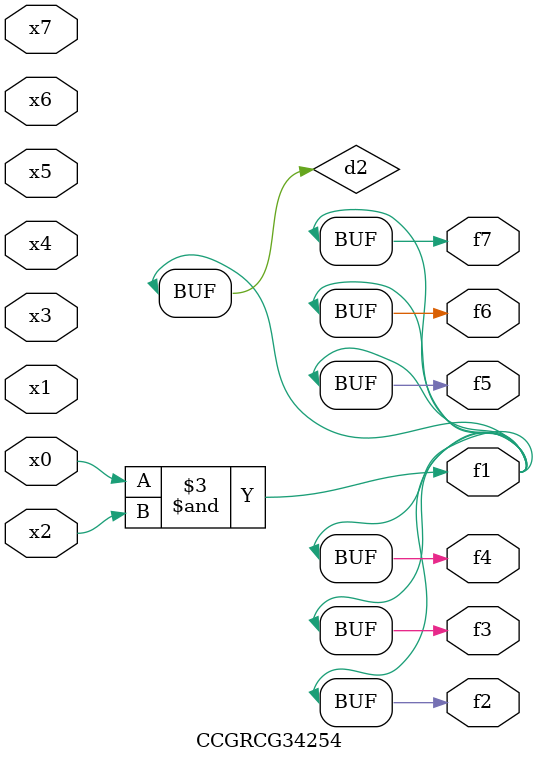
<source format=v>
module CCGRCG34254(
	input x0, x1, x2, x3, x4, x5, x6, x7,
	output f1, f2, f3, f4, f5, f6, f7
);

	wire d1, d2;

	nor (d1, x3, x6);
	and (d2, x0, x2);
	assign f1 = d2;
	assign f2 = d2;
	assign f3 = d2;
	assign f4 = d2;
	assign f5 = d2;
	assign f6 = d2;
	assign f7 = d2;
endmodule

</source>
